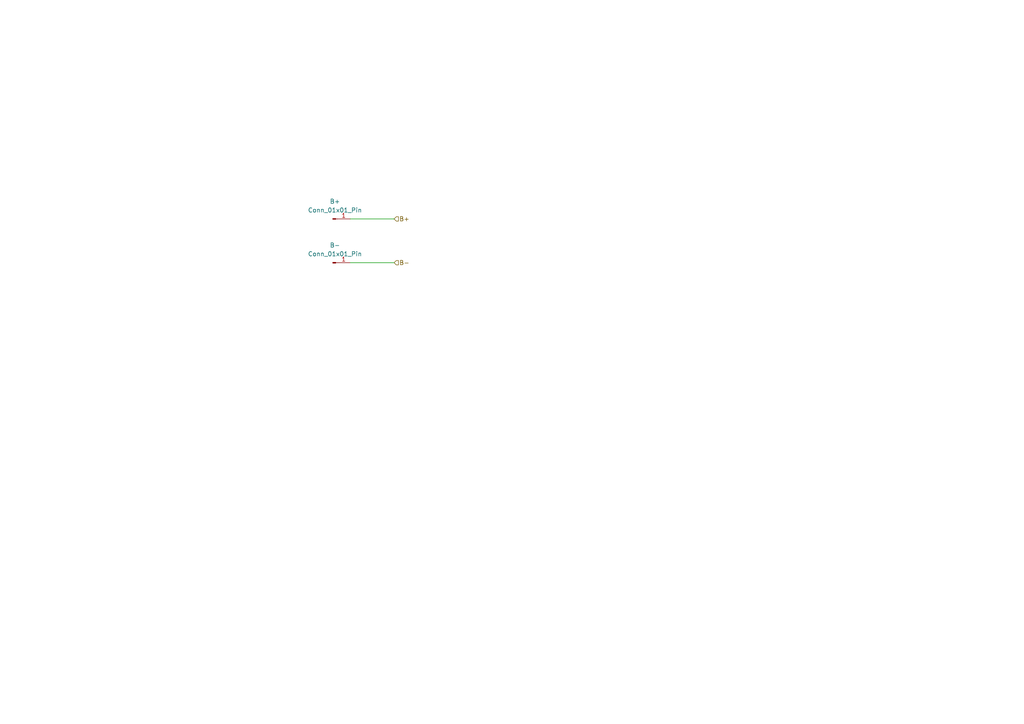
<source format=kicad_sch>
(kicad_sch (version 20250114) (generator "eeschema") (generator_version "9.0")
  (paper "A4")
  (lib_symbols
    (symbol "Connector:Conn_01x01_Pin" (pin_names (offset 1.016) (hide yes))
      (property "Reference" "J" (at 0 2.54 0))
      (property "Value" "Conn_01x01_Pin" (at 0 -2.54 0))
      (symbol "Conn_01x01_Pin_1_1"
        (rectangle (start 0.8636 0.127) (end 0 -0.127) (stroke (width 0.1524)) (fill (type outline)))
        (polyline (pts (xy 1.27 0) (xy 0.8636 0)) (stroke (width 0.1524)))
        (pin passive line (at 5.08 0 180) (length 3.81) (name "Pin_1") (number "1"))
      )
    )
  )
  (wire (pts (xy 101.6 76.2) (xy 114.3 76.2)))
  (wire (pts (xy 101.6 63.5) (xy 114.3 63.5)))
  (hierarchical_label "B+" (shape input) (at 114.3 63.5 0))
  (hierarchical_label "B-" (shape input) (at 114.3 76.2 0))
  (symbol (lib_id "Connector:Conn_01x01_Pin") (at 96.52 63.5 0) (unit 1)
    (property "Reference" "B+" (at 97.155 58.42 0))
    (property "Value" "Conn_01x01_Pin" (at 97.155 60.96 0))
    (property "Footprint" "Connector_Wire:SolderWire-1.5sqmm_1x01_D1.7mm_OD3.9mm" (effects (hide yes)))
    (property "Description" "Generic connector, single row, 01x01, script generated" (effects (hide yes)))
  )
  (symbol (lib_id "Connector:Conn_01x01_Pin") (at 96.52 76.2 0) (unit 1)
    (property "Reference" "B-" (at 97.155 71.12 0))
    (property "Value" "Conn_01x01_Pin" (at 97.155 73.66 0))
    (property "Footprint" "Connector_Wire:SolderWire-1.5sqmm_1x01_D1.7mm_OD3.9mm" (effects (hide yes)))
    (property "Description" "Generic connector, single row, 01x01, script generated" (effects (hide yes)))
  )
)
</source>
